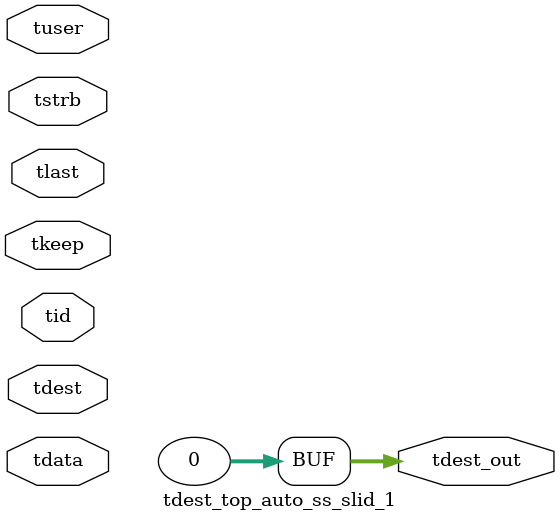
<source format=v>


`timescale 1ps/1ps

module tdest_top_auto_ss_slid_1 #
(
parameter C_S_AXIS_TDATA_WIDTH = 32,
parameter C_S_AXIS_TUSER_WIDTH = 0,
parameter C_S_AXIS_TID_WIDTH   = 0,
parameter C_S_AXIS_TDEST_WIDTH = 0,
parameter C_M_AXIS_TDEST_WIDTH = 32
)
(
input  [(C_S_AXIS_TDATA_WIDTH == 0 ? 1 : C_S_AXIS_TDATA_WIDTH)-1:0     ] tdata,
input  [(C_S_AXIS_TUSER_WIDTH == 0 ? 1 : C_S_AXIS_TUSER_WIDTH)-1:0     ] tuser,
input  [(C_S_AXIS_TID_WIDTH   == 0 ? 1 : C_S_AXIS_TID_WIDTH)-1:0       ] tid,
input  [(C_S_AXIS_TDEST_WIDTH == 0 ? 1 : C_S_AXIS_TDEST_WIDTH)-1:0     ] tdest,
input  [(C_S_AXIS_TDATA_WIDTH/8)-1:0 ] tkeep,
input  [(C_S_AXIS_TDATA_WIDTH/8)-1:0 ] tstrb,
input                                                                    tlast,
output [C_M_AXIS_TDEST_WIDTH-1:0] tdest_out
);

assign tdest_out = {3'b000};

endmodule


</source>
